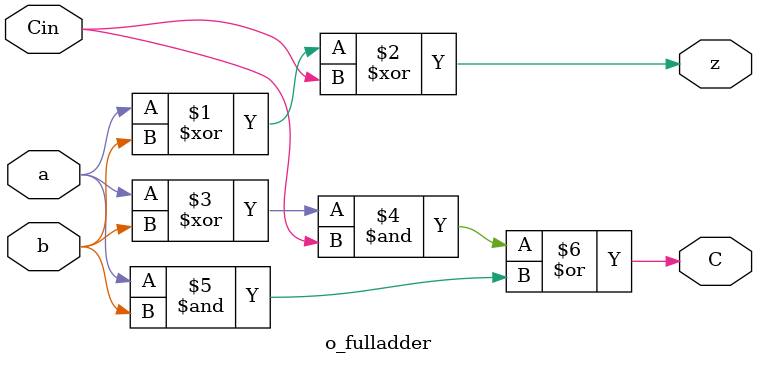
<source format=v>
`timescale 1ns / 1ps


module o_fulladder(
    input a,b,Cin,
    output z,C
    );
    assign z = a ^ b ^ Cin;
    assign C = ((a ^ b)&Cin)|(a & b); 
endmodule
</source>
